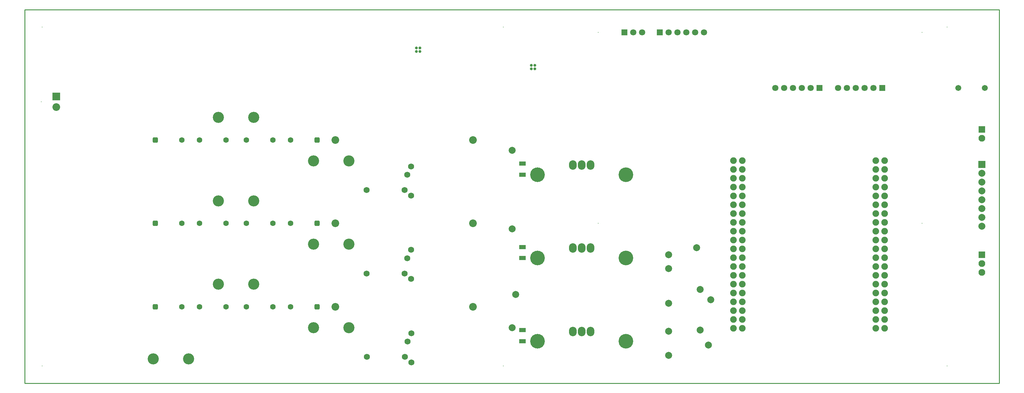
<source format=gbs>
G04 Layer_Color=16711935*
%FSLAX43Y43*%
%MOMM*%
G71*
G01*
G75*
%ADD43C,0.254*%
%ADD98R,1.903X1.203*%
%ADD106O,2.203X2.703*%
%ADD107C,2.203*%
%ADD108C,3.203*%
%ADD109C,1.803*%
%ADD110R,1.803X1.803*%
%ADD111C,1.703*%
%ADD112C,1.727*%
%ADD115C,1.903*%
%ADD116R,1.953X1.953*%
%ADD117C,1.953*%
%ADD118C,4.203*%
%ADD119R,2.203X2.203*%
%ADD120R,0.203X0.203*%
%ADD121C,2.003*%
%ADD122R,2.003X2.003*%
%ADD123C,1.603*%
G04:AMPARAMS|DCode=124|XSize=1.603mm|YSize=1.603mm|CornerRadius=0.452mm|HoleSize=0mm|Usage=FLASHONLY|Rotation=0.000|XOffset=0mm|YOffset=0mm|HoleType=Round|Shape=RoundedRectangle|*
%AMROUNDEDRECTD124*
21,1,1.603,0.700,0,0,0.0*
21,1,0.700,1.603,0,0,0.0*
1,1,0.903,0.350,-0.350*
1,1,0.903,-0.350,-0.350*
1,1,0.903,-0.350,0.350*
1,1,0.903,0.350,0.350*
%
%ADD124ROUNDEDRECTD124*%
%ADD125C,0.803*%
%ADD126C,0.203*%
D43*
X0Y0D02*
Y107500D01*
X280000D01*
Y0D02*
Y107500D01*
X0Y0D02*
X280000D01*
D98*
X143000Y15300D02*
D03*
Y12100D02*
D03*
Y39200D02*
D03*
Y36000D02*
D03*
Y63200D02*
D03*
Y60000D02*
D03*
D106*
X157450Y62800D02*
D03*
X160000D02*
D03*
X162550D02*
D03*
X157450Y14900D02*
D03*
X160000D02*
D03*
X162550D02*
D03*
Y38900D02*
D03*
X160000D02*
D03*
X157450D02*
D03*
D107*
X128750Y70000D02*
D03*
X89250D02*
D03*
X9000Y79500D02*
D03*
X128750Y22000D02*
D03*
X89250D02*
D03*
X128750Y46000D02*
D03*
X89250D02*
D03*
D108*
X93080Y16000D02*
D03*
X82920D02*
D03*
X36920Y7000D02*
D03*
X47080D02*
D03*
X55620Y76500D02*
D03*
X65780D02*
D03*
X55620Y52500D02*
D03*
X65780D02*
D03*
X55620Y28500D02*
D03*
X65780D02*
D03*
X82920Y64000D02*
D03*
X93080D02*
D03*
X82920Y40000D02*
D03*
X93080D02*
D03*
D109*
X195110Y101000D02*
D03*
X190030D02*
D03*
X184950D02*
D03*
X187490D02*
D03*
X192570D02*
D03*
X177330Y101000D02*
D03*
X174790D02*
D03*
X218190Y85000D02*
D03*
X223270D02*
D03*
X225810D02*
D03*
X220730D02*
D03*
X215650D02*
D03*
X236190Y85000D02*
D03*
X241270D02*
D03*
X243810D02*
D03*
X238730D02*
D03*
X233650D02*
D03*
D110*
X182410Y101000D02*
D03*
X172250Y101000D02*
D03*
X228350Y85000D02*
D03*
X246350Y85000D02*
D03*
D111*
X268200Y85000D02*
D03*
X275800D02*
D03*
D112*
X111000Y54000D02*
D03*
X109880Y59970D02*
D03*
X98200Y55570D02*
D03*
X109120D02*
D03*
X111000Y62380D02*
D03*
X111100Y6000D02*
D03*
X109980Y11970D02*
D03*
X98300Y7570D02*
D03*
X109220D02*
D03*
X111100Y14380D02*
D03*
X111000Y38380D02*
D03*
X109880Y35970D02*
D03*
X109120Y31570D02*
D03*
X111000Y30000D02*
D03*
X98200Y31570D02*
D03*
D115*
X244460Y64100D02*
D03*
Y61560D02*
D03*
Y59020D02*
D03*
Y56480D02*
D03*
Y53940D02*
D03*
Y51400D02*
D03*
Y48860D02*
D03*
Y46320D02*
D03*
Y43780D02*
D03*
Y41240D02*
D03*
Y38700D02*
D03*
Y36160D02*
D03*
Y33620D02*
D03*
Y31080D02*
D03*
Y28540D02*
D03*
Y26000D02*
D03*
Y23460D02*
D03*
Y20920D02*
D03*
Y18380D02*
D03*
Y15840D02*
D03*
X247000Y64100D02*
D03*
Y61560D02*
D03*
Y59020D02*
D03*
Y56480D02*
D03*
Y53940D02*
D03*
Y51400D02*
D03*
Y48860D02*
D03*
Y46320D02*
D03*
Y43780D02*
D03*
Y41240D02*
D03*
Y38700D02*
D03*
Y36160D02*
D03*
Y33620D02*
D03*
Y31080D02*
D03*
Y28540D02*
D03*
Y26000D02*
D03*
Y23460D02*
D03*
Y20920D02*
D03*
Y18380D02*
D03*
Y15840D02*
D03*
X206100D02*
D03*
Y18380D02*
D03*
Y20920D02*
D03*
Y23460D02*
D03*
Y26000D02*
D03*
Y28540D02*
D03*
Y31080D02*
D03*
Y33620D02*
D03*
Y36160D02*
D03*
Y38700D02*
D03*
Y41240D02*
D03*
Y43780D02*
D03*
Y46320D02*
D03*
Y48860D02*
D03*
Y51400D02*
D03*
Y53940D02*
D03*
Y56480D02*
D03*
Y59020D02*
D03*
Y61560D02*
D03*
Y64100D02*
D03*
X203560Y15840D02*
D03*
Y18380D02*
D03*
Y20920D02*
D03*
Y23460D02*
D03*
Y26000D02*
D03*
Y28540D02*
D03*
Y31080D02*
D03*
Y33620D02*
D03*
Y36160D02*
D03*
Y38700D02*
D03*
Y41240D02*
D03*
Y43780D02*
D03*
Y46320D02*
D03*
Y48860D02*
D03*
Y51400D02*
D03*
Y53940D02*
D03*
Y56480D02*
D03*
Y59020D02*
D03*
Y61560D02*
D03*
Y64100D02*
D03*
D116*
X275000Y37000D02*
D03*
Y73000D02*
D03*
D117*
Y34460D02*
D03*
Y31920D02*
D03*
Y70460D02*
D03*
D118*
X147300Y12100D02*
D03*
X172700D02*
D03*
X147300Y60000D02*
D03*
X172700D02*
D03*
X147300Y36000D02*
D03*
X172700D02*
D03*
D119*
X9000Y82500D02*
D03*
D120*
X4680Y81000D02*
D03*
D121*
X141000Y25500D02*
D03*
X194000Y15300D02*
D03*
X185000Y15000D02*
D03*
X197100Y24000D02*
D03*
X185000Y23000D02*
D03*
X196400Y11000D02*
D03*
X185000Y8000D02*
D03*
Y37000D02*
D03*
X140000Y16000D02*
D03*
X185000Y33000D02*
D03*
X140000Y44400D02*
D03*
X193000Y39000D02*
D03*
X140000Y67000D02*
D03*
X194000Y27000D02*
D03*
X275000Y45220D02*
D03*
Y47760D02*
D03*
Y50300D02*
D03*
Y52840D02*
D03*
Y55380D02*
D03*
Y57920D02*
D03*
Y60460D02*
D03*
D122*
Y63000D02*
D03*
D123*
X57820Y70000D02*
D03*
X50200D02*
D03*
X45120D02*
D03*
X76380Y22000D02*
D03*
X71300D02*
D03*
X63680D02*
D03*
X57820Y22000D02*
D03*
X50200D02*
D03*
X45120D02*
D03*
X76380Y46000D02*
D03*
X71300D02*
D03*
X63680D02*
D03*
X57820Y46000D02*
D03*
X50200D02*
D03*
X45120D02*
D03*
X76380Y70000D02*
D03*
X71300D02*
D03*
X63680D02*
D03*
D124*
X37500Y70000D02*
D03*
X84000Y22000D02*
D03*
X37500Y22000D02*
D03*
X84000Y46000D02*
D03*
X37500Y46000D02*
D03*
X84000Y70000D02*
D03*
D125*
X112500Y96500D02*
D03*
X113500D02*
D03*
X112500Y95500D02*
D03*
X113500D02*
D03*
X146500Y90500D02*
D03*
X145500D02*
D03*
X146500Y91500D02*
D03*
X145500D02*
D03*
D126*
X5000Y102500D02*
D03*
X164750Y101000D02*
D03*
Y46000D02*
D03*
X257770D02*
D03*
X257750Y101000D02*
D03*
X5000Y5000D02*
D03*
X137500Y5000D02*
D03*
X265000Y5000D02*
D03*
Y102500D02*
D03*
X137500D02*
D03*
M02*

</source>
